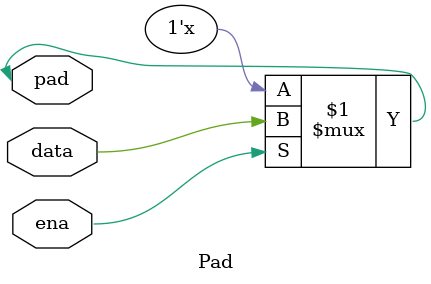
<source format=v>
module Pad
  (inout pad,
   input ena,
   input data);
   assign pad = ena ? data : 1'bz;
endmodule
</source>
